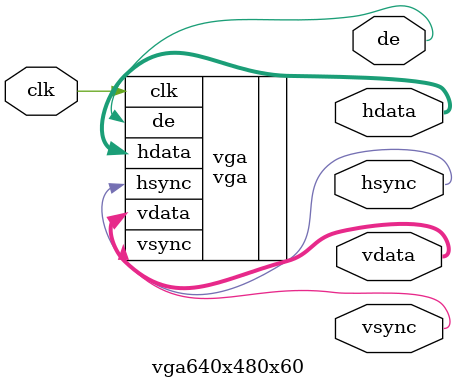
<source format=v>
`timescale 1ns / 100ps
module vga640x480x60
(
	input wire clk,
	output wire hsync,
	output wire vsync,
	output wire [11:0] hdata,
	output wire [11:0] vdata,
	output wire de
);
	 
	// Instantiate
	vga #(12, 640, 648, 744, 800, 480, 482, 484, 525, 0, 0) vga (
		.clk(clk), 
		.hdata(hdata),
		.vdata(vdata),
		.hsync(hsync),
		.vsync(vsync),
		.de(de)
	);

endmodule

</source>
